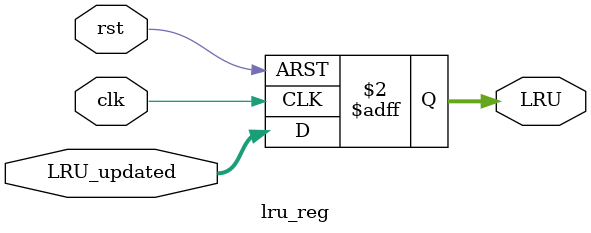
<source format=v>
module lru_reg(
    input clk,
    input rst,
    input [7:0] LRU_updated,

    output reg [7:0] LRU
);

    always @(posedge clk or posedge rst) begin
        if (rst) begin
            LRU <= 8'h00; // Reset LRU to 0
        end else begin
            LRU <= LRU_updated;
        end
    end

endmodule


</source>
